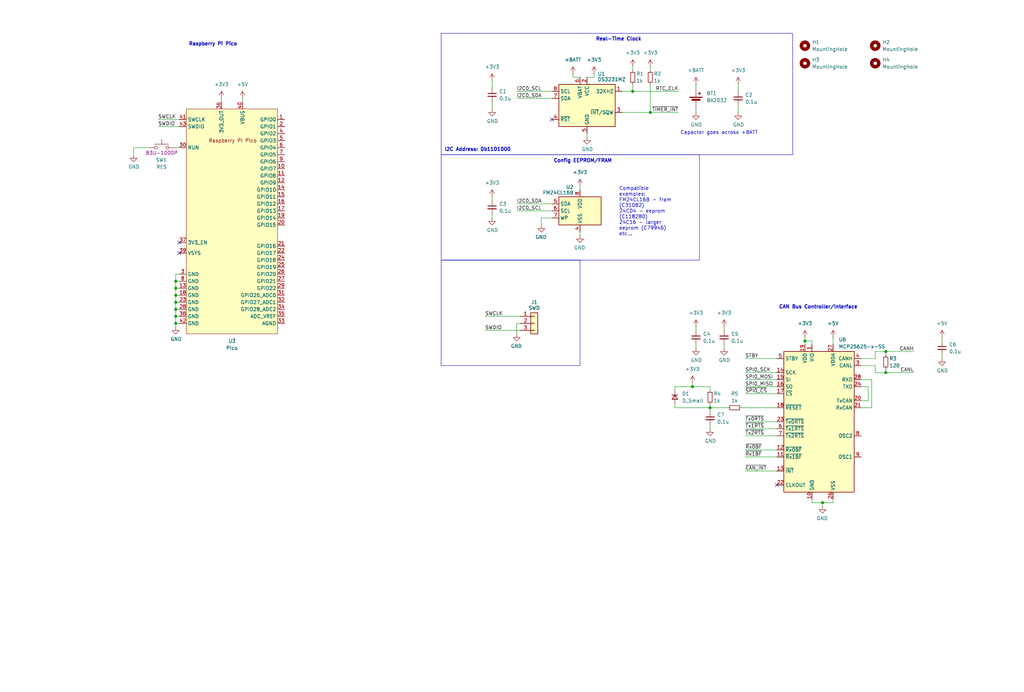
<source format=kicad_sch>
(kicad_sch (version 20231120) (generator "eeschema") (generator_version "8.0")
  (paper "User" 370 250)
  (title_block (title "Axis Control PCB") (date "2024-09-07") (rev "1") (comment 1 "Author: Meigs2"))
  (lib_symbols
    (symbol "+3V3_1" (power) (pin_numbers hide) (pin_names (offset 0) hide)
      (property "Value" "+3V3" (at 0 3.556 0))
      (symbol "+3V3_1_0_1"
        (polyline (pts (xy -0.762 1.27) (xy 0 2.54)))
        (polyline (pts (xy 0 0) (xy 0 2.54)))
        (polyline (pts (xy 0 2.54) (xy 0.762 1.27)))
      )
      (symbol "+3V3_1_1_1"
        (pin power_in line (at 0 0 90) (length 0) (name "~") (number "1"))
      )
    )
    (symbol "Connector_Generic:Conn_01x03" (pin_names (offset 1.016) hide)
      (property "Reference" "J" (at 0 5.08 0))
      (property "Value" "Conn_01x03" (at 0 -5.08 0))
      (symbol "Conn_01x03_1_1"
        (rectangle (start -1.27 -2.413) (end 0 -2.667) (stroke (width 0.1524)))
        (rectangle (start -1.27 0.127) (end 0 -0.127) (stroke (width 0.1524)))
        (rectangle (start -1.27 2.667) (end 0 2.413) (stroke (width 0.1524)))
        (rectangle (start -1.27 3.81) (end 1.27 -3.81) (stroke (width 0.254)) (fill (type background)))
        (pin passive line (at -5.08 2.54 0) (length 3.81) (name "Pin_1") (number "1"))
        (pin passive line (at -5.08 0 0) (length 3.81) (name "Pin_2") (number "2"))
        (pin passive line (at -5.08 -2.54 0) (length 3.81) (name "Pin_3") (number "3"))
      )
    )
    (symbol "Device:Battery_Cell" (pin_numbers hide) (pin_names (offset 0) hide)
      (property "Reference" "BT" (at 2.54 2.54 0))
      (property "Value" "Battery_Cell" (at 2.54 0 0))
      (symbol "Battery_Cell_0_1"
        (rectangle (start -2.286 1.778) (end 2.286 1.524) (fill (type outline)))
        (rectangle (start -1.524 1.016) (end 1.524 0.508) (fill (type outline)))
        (polyline (pts (xy 0 0.762) (xy 0 0)))
        (polyline (pts (xy 0 1.778) (xy 0 2.54)))
        (polyline (pts (xy 0.762 3.048) (xy 1.778 3.048)) (stroke (width 0.254)))
        (polyline (pts (xy 1.27 3.556) (xy 1.27 2.54)) (stroke (width 0.254)))
      )
      (symbol "Battery_Cell_1_1"
        (pin passive line (at 0 5.08 270) (length 2.54) (name "+") (number "1"))
        (pin passive line (at 0 -2.54 90) (length 2.54) (name "-") (number "2"))
      )
    )
    (symbol "Device:C_Small" (pin_numbers hide) (pin_names (offset 0.254) hide)
      (property "Reference" "C" (at 0.254 1.778 0))
      (property "Value" "C_Small" (at 0.254 -2.032 0))
      (symbol "C_Small_0_1"
        (polyline (pts (xy -1.524 -0.508) (xy 1.524 -0.508)) (stroke (width 0.3302)))
        (polyline (pts (xy -1.524 0.508) (xy 1.524 0.508)) (stroke (width 0.3048)))
      )
      (symbol "C_Small_1_1"
        (pin passive line (at 0 2.54 270) (length 2.032) (name "~") (number "1"))
        (pin passive line (at 0 -2.54 90) (length 2.032) (name "~") (number "2"))
      )
    )
    (symbol "Device:D_Small" (pin_numbers hide) (pin_names (offset 0.254) hide)
      (property "Reference" "D" (at -1.27 2.032 0))
      (property "Value" "D_Small" (at -3.81 -2.032 0))
      (symbol "D_Small_0_1"
        (polyline (pts (xy -0.762 -1.016) (xy -0.762 1.016)) (stroke (width 0.254)))
        (polyline (pts (xy -0.762 0) (xy 0.762 0)))
        (polyline (pts (xy 0.762 -1.016) (xy -0.762 0) (xy 0.762 1.016) (xy 0.762 -1.016)) (stroke (width 0.254)))
      )
      (symbol "D_Small_1_1"
        (pin passive line (at -2.54 0 0) (length 1.778) (name "K") (number "1"))
        (pin passive line (at 2.54 0 180) (length 1.778) (name "A") (number "2"))
      )
    )
    (symbol "Device:R_Small" (pin_numbers hide) (pin_names (offset 0.254) hide)
      (property "Reference" "R" (at 0.762 0.508 0))
      (property "Value" "R_Small" (at 0.762 -1.016 0))
      (symbol "R_Small_0_1"
        (rectangle (start -0.762 1.778) (end 0.762 -1.778) (stroke (width 0.2032)))
      )
      (symbol "R_Small_1_1"
        (pin passive line (at 0 2.54 270) (length 0.762) (name "~") (number "1"))
        (pin passive line (at 0 -2.54 90) (length 0.762) (name "~") (number "2"))
      )
    )
    (symbol "Interface_CAN_LIN:MCP25625-x-SS"
      (property "Reference" "U" (at -11.43 26.67 0))
      (property "Value" "MCP25625-x-SS" (at 15.24 26.67 0))
      (symbol "MCP25625-x-SS_0_1"
        (rectangle (start -12.7 25.4) (end 12.7 -25.4) (stroke (width 0.254)) (fill (type background)))
      )
      (symbol "MCP25625-x-SS_1_1"
        (pin power_in line (at -2.54 27.94 270) (length 2.54) (name "VIO") (number "1"))
        (pin power_in line (at -2.54 -27.94 90) (length 2.54) (name "GND") (number "10"))
        (pin output line (at -15.24 -12.7 0) (length 2.54) (name "~{Rx1BF}") (number "11"))
        (pin output line (at -15.24 -10.16 0) (length 2.54) (name "~{Rx0BF}") (number "12"))
        (pin output line (at -15.24 -17.78 0) (length 2.54) (name "~{INT}") (number "13"))
        (pin input line (at -15.24 17.78 0) (length 2.54) (name "SCK") (number "14"))
        (pin input line (at -15.24 15.24 0) (length 2.54) (name "SI") (number "15"))
        (pin output line (at -15.24 12.7 0) (length 2.54) (name "SO") (number "16"))
        (pin input line (at -15.24 10.16 0) (length 2.54) (name "~{CS}") (number "17"))
        (pin input line (at -15.24 5.08 0) (length 2.54) (name "~{RESET}") (number "18"))
        (pin power_in line (at -5.08 27.94 270) (length 2.54) (name "VDD") (number "19"))
        (pin no_connect line (at 12.7 -15.24 180) (length 2.54) hide (name "NC") (number "2"))
        (pin output line (at 15.24 7.62 180) (length 2.54) (name "TxCAN") (number "20"))
        (pin input line (at 15.24 5.08 180) (length 2.54) (name "RxCAN") (number "21"))
        (pin output line (at -15.24 -22.86 0) (length 2.54) (name "CLKOUT") (number "22"))
        (pin input line (at -15.24 0 0) (length 2.54) (name "~{Tx0RTS}") (number "23"))
        (pin input line (at 15.24 12.7 180) (length 2.54) (name "TXD") (number "24"))
        (pin no_connect line (at 12.7 -17.78 180) (length 2.54) hide (name "NC") (number "25"))
        (pin power_in line (at 5.08 -27.94 90) (length 2.54) (name "VSS") (number "26"))
        (pin power_in line (at 5.08 27.94 270) (length 2.54) (name "VDDA") (number "27"))
        (pin output line (at 15.24 15.24 180) (length 2.54) (name "RXD") (number "28"))
        (pin bidirectional line (at 15.24 20.32 180) (length 2.54) (name "CANL") (number "3"))
        (pin bidirectional line (at 15.24 22.86 180) (length 2.54) (name "CANH") (number "4"))
        (pin input line (at -15.24 22.86 0) (length 2.54) (name "STBY") (number "5"))
        (pin input line (at -15.24 -2.54 0) (length 2.54) (name "~{Tx1RTS}") (number "6"))
        (pin input line (at -15.24 -5.08 0) (length 2.54) (name "~{Tx2RTS}") (number "7"))
        (pin output line (at 15.24 -5.08 180) (length 2.54) (name "OSC2") (number "8"))
        (pin input line (at 15.24 -12.7 180) (length 2.54) (name "OSC1") (number "9"))
      )
    )
    (symbol "Mechanical:MountingHole" (pin_names (offset 1.016)) (exclude_from_sim yes) (in_bom no)
      (property "Reference" "H" (at 0 5.08 0))
      (property "Value" "MountingHole" (at 0 3.175 0))
      (symbol "MountingHole_0_1"
        (circle (center 0 0) (radius 1.27) (stroke (width 1.27)))
      )
    )
    (symbol "Memory_NVRAM:FM24CL16B"
      (property "Reference" "U" (at -5.08 8.89 0))
      (property "Value" "FM24CL16B" (at 6.35 -8.89 0))
      (symbol "FM24CL16B_0_1"
        (rectangle (start -7.62 5.08) (end 7.62 -5.08) (stroke (width 0.254)) (fill (type background)))
      )
      (symbol "FM24CL16B_1_1"
        (pin no_connect line (at -7.62 2.54 0) (length 2.54) hide (name "~") (number "1"))
        (pin no_connect line (at -7.62 -2.54 0) (length 2.54) hide (name "~") (number "2"))
        (pin no_connect line (at -7.62 0 0) (length 2.54) hide (name "~") (number "3"))
        (pin power_in line (at 0 -7.62 90) (length 2.54) (name "VSS") (number "4"))
        (pin bidirectional line (at 10.16 2.54 180) (length 2.54) (name "SDA") (number "5"))
        (pin input line (at 10.16 0 180) (length 2.54) (name "SCL") (number "6"))
        (pin input line (at 10.16 -2.54 180) (length 2.54) (name "WP") (number "7"))
        (pin power_in line (at 0 7.62 270) (length 2.54) (name "VDD") (number "8"))
      )
    )
    (symbol "Project_Library:Pico"
      (property "Reference" "U" (at -14.224 45.974 0))
      (property "Value" "Pico" (at 0 27.94 0))
      (symbol "Pico_0_0"
        (text "Raspberry Pi Pico" (at 0.254 30.48 0) (effects (font (size 1.27 1.27))))
      )
      (symbol "Pico_0_1"
        (rectangle (start -16.51 41.91) (end 16.51 -39.37) (fill (type background)))
      )
      (symbol "Pico_1_1"
        (pin bidirectional line (at 19.05 38.1 180) (length 2.54) (name "GPIO0") (number "1"))
        (pin bidirectional line (at 19.05 20.32 180) (length 2.54) (name "GPIO7") (number "10"))
        (pin bidirectional line (at 19.05 17.78 180) (length 2.54) (name "GPIO8") (number "11"))
        (pin bidirectional line (at 19.05 15.24 180) (length 2.54) (name "GPIO9") (number "12"))
        (pin power_in line (at -19.05 -22.86 0) (length 2.54) (name "GND") (number "13"))
        (pin bidirectional line (at 19.05 12.7 180) (length 2.54) (name "GPIO10") (number "14"))
        (pin bidirectional line (at 19.05 10.16 180) (length 2.54) (name "GPIO11") (number "15"))
        (pin bidirectional line (at 19.05 7.62 180) (length 2.54) (name "GPIO12") (number "16"))
        (pin bidirectional line (at 19.05 5.08 180) (length 2.54) (name "GPIO13") (number "17"))
        (pin power_in line (at -19.05 -25.4 0) (length 2.54) (name "GND") (number "18"))
        (pin bidirectional line (at 19.05 2.54 180) (length 2.54) (name "GPIO14") (number "19"))
        (pin bidirectional line (at 19.05 35.56 180) (length 2.54) (name "GPIO1") (number "2"))
        (pin bidirectional line (at 19.05 0 180) (length 2.54) (name "GPIO15") (number "20"))
        (pin bidirectional line (at 19.05 -7.62 180) (length 2.54) (name "GPIO16") (number "21"))
        (pin bidirectional line (at 19.05 -10.16 180) (length 2.54) (name "GPIO17") (number "22"))
        (pin power_in line (at -19.05 -27.94 0) (length 2.54) (name "GND") (number "23"))
        (pin bidirectional line (at 19.05 -12.7 180) (length 2.54) (name "GPIO18") (number "24"))
        (pin bidirectional line (at 19.05 -15.24 180) (length 2.54) (name "GPIO19") (number "25"))
        (pin bidirectional line (at 19.05 -17.78 180) (length 2.54) (name "GPIO20") (number "26"))
        (pin bidirectional line (at 19.05 -20.32 180) (length 2.54) (name "GPIO21") (number "27"))
        (pin power_in line (at -19.05 -30.48 0) (length 2.54) (name "GND") (number "28"))
        (pin bidirectional line (at 19.05 -22.86 180) (length 2.54) (name "GPIO22") (number "29"))
        (pin power_in line (at -19.05 -17.78 0) (length 2.54) (name "GND") (number "3"))
        (pin input line (at -19.05 27.94 0) (length 2.54) (name "RUN") (number "30"))
        (pin bidirectional line (at 19.05 -25.4 180) (length 2.54) (name "GPIO26_ADC0") (number "31"))
        (pin bidirectional line (at 19.05 -27.94 180) (length 2.54) (name "GPIO27_ADC1") (number "32"))
        (pin power_in line (at 19.05 -35.56 180) (length 2.54) (name "AGND") (number "33"))
        (pin bidirectional line (at 19.05 -30.48 180) (length 2.54) (name "GPIO28_ADC2") (number "34"))
        (pin power_in line (at 19.05 -33.02 180) (length 2.54) (name "ADC_VREF") (number "35"))
        (pin power_in line (at -3.81 44.45 270) (length 2.54) (name "3V3_OUT") (number "36"))
        (pin input line (at -19.05 -6.35 0) (length 2.54) (name "3V3_EN") (number "37"))
        (pin power_in line (at -19.05 -33.02 0) (length 2.54) (name "GND") (number "38"))
        (pin power_in line (at -19.05 -10.16 0) (length 2.54) (name "VSYS") (number "39"))
        (pin bidirectional line (at 19.05 33.02 180) (length 2.54) (name "GPIO2") (number "4"))
        (pin power_in line (at 3.81 44.45 270) (length 2.54) (name "VBUS") (number "40"))
        (pin input line (at -19.05 38.1 0) (length 2.54) (name "SWCLK") (number "41"))
        (pin power_in line (at -19.05 -35.56 0) (length 2.54) (name "GND") (number "42"))
        (pin bidirectional line (at -19.05 35.56 0) (length 2.54) (name "SWDIO") (number "43"))
        (pin bidirectional line (at 19.05 30.48 180) (length 2.54) (name "GPIO3") (number "5"))
        (pin bidirectional line (at 19.05 27.94 180) (length 2.54) (name "GPIO4") (number "6"))
        (pin bidirectional line (at 19.05 25.4 180) (length 2.54) (name "GPIO5") (number "7"))
        (pin power_in line (at -19.05 -20.32 0) (length 2.54) (name "GND") (number "8"))
        (pin bidirectional line (at 19.05 22.86 180) (length 2.54) (name "GPIO6") (number "9"))
      )
    )
    (symbol "Switch:SW_Push" (pin_numbers hide) (pin_names (offset 1.016) hide)
      (property "Reference" "SW" (at 1.27 2.54 0))
      (property "Value" "SW_Push" (at 0 -1.524 0))
      (symbol "SW_Push_0_1"
        (circle (center -2.032 0) (radius 0.508))
        (polyline (pts (xy 0 1.27) (xy 0 3.048)))
        (polyline (pts (xy 2.54 1.27) (xy -2.54 1.27)))
        (circle (center 2.032 0) (radius 0.508))
        (pin passive line (at -5.08 0 0) (length 2.54) (name "1") (number "1"))
        (pin passive line (at 5.08 0 180) (length 2.54) (name "2") (number "2"))
      )
    )
    (symbol "Timer_RTC:DS3231MZ"
      (property "Reference" "U" (at -7.62 8.89 0))
      (property "Value" "DS3231MZ" (at 11.43 8.89 0))
      (symbol "DS3231MZ_0_1"
        (rectangle (start -10.16 7.62) (end 10.16 -7.62) (stroke (width 0.254)) (fill (type background)))
      )
      (symbol "DS3231MZ_1_1"
        (pin open_collector line (at 12.7 5.08 180) (length 2.54) (name "32KHZ") (number "1"))
        (pin power_in line (at 0 10.16 270) (length 2.54) (name "VCC") (number "2"))
        (pin open_collector line (at 12.7 -2.54 180) (length 2.54) (name "~{INT}/SQW") (number "3"))
        (pin bidirectional line (at -12.7 -5.08 0) (length 2.54) (name "~{RST}") (number "4"))
        (pin power_in line (at 0 -10.16 90) (length 2.54) (name "GND") (number "5"))
        (pin power_in line (at -2.54 10.16 270) (length 2.54) (name "VBAT") (number "6"))
        (pin bidirectional line (at -12.7 2.54 0) (length 2.54) (name "SDA") (number "7"))
        (pin input line (at -12.7 5.08 0) (length 2.54) (name "SCL") (number "8"))
      )
    )
    (symbol "power:+3V3" (power) (pin_names (offset 0))
      (property "Value" "+3V3" (at 0 3.556 0))
      (symbol "+3V3_0_1"
        (polyline (pts (xy -0.762 1.27) (xy 0 2.54)))
        (polyline (pts (xy 0 0) (xy 0 2.54)))
        (polyline (pts (xy 0 2.54) (xy 0.762 1.27)))
      )
      (symbol "+3V3_1_1"
        (pin power_in line (at 0 0 90) (length 0) hide (name "+3V3") (number "1"))
      )
    )
    (symbol "power:+5V" (power) (pin_numbers hide) (pin_names (offset 0) hide)
      (property "Value" "+5V" (at 0 3.556 0))
      (symbol "+5V_0_1"
        (polyline (pts (xy -0.762 1.27) (xy 0 2.54)))
        (polyline (pts (xy 0 0) (xy 0 2.54)))
        (polyline (pts (xy 0 2.54) (xy 0.762 1.27)))
      )
      (symbol "+5V_1_1"
        (pin power_in line (at 0 0 90) (length 0) (name "~") (number "1"))
      )
    )
    (symbol "power:+BATT" (power) (pin_numbers hide) (pin_names (offset 0) hide)
      (property "Value" "+BATT" (at 0 3.556 0))
      (symbol "+BATT_0_1"
        (polyline (pts (xy -0.762 1.27) (xy 0 2.54)))
        (polyline (pts (xy 0 0) (xy 0 2.54)))
        (polyline (pts (xy 0 2.54) (xy 0.762 1.27)))
      )
      (symbol "+BATT_1_1"
        (pin power_in line (at 0 0 90) (length 0) (name "~") (number "1"))
      )
    )
    (symbol "power:GND" (power) (pin_names (offset 0))
      (property "Value" "GND" (at 0 -3.81 0))
      (symbol "GND_0_1"
        (polyline (pts (xy 0 0) (xy 0 -1.27) (xy 1.27 -1.27) (xy 0 -2.54) (xy -1.27 -1.27) (xy 0 -1.27)))
      )
      (symbol "GND_1_1"
        (pin power_in line (at 0 0 270) (length 0) hide (name "GND") (number "1"))
      )
    )
  )
  (junction (at 63.5 104.14))
  (junction (at 63.5 116.84))
  (junction (at 297.18 181.61))
  (junction (at 63.5 109.22))
  (junction (at 250.19 139.7))
  (junction (at 63.5 101.6))
  (junction (at 290.83 123.19))
  (junction (at 63.5 114.3))
  (junction (at 228.6 33.02))
  (junction (at 320.04 134.62))
  (junction (at 320.04 127))
  (junction (at 63.5 111.76))
  (junction (at 234.95 40.64))
  (junction (at 63.5 106.68))
  (junction (at 256.54 147.32))
  (no_connect (at 280.67 175.26))
  (no_connect (at 64.77 91.44))
  (no_connect (at 199.39 43.18))
  (no_connect (at 64.77 87.63))
  (wire (pts (xy 316.23 134.62) (xy 320.04 134.62)))
  (wire (pts (xy 228.6 33.02) (xy 245.11 33.02)))
  (wire (pts (xy 256.54 147.32) (xy 256.54 146.05)))
  (wire (pts (xy 269.24 139.7) (xy 280.67 139.7)))
  (wire (pts (xy 314.96 137.16) (xy 314.96 147.32)))
  (wire (pts (xy 186.69 120.65) (xy 186.69 116.84)))
  (wire (pts (xy 250.19 139.7) (xy 250.19 138.43)))
  (wire (pts (xy 224.79 33.02) (xy 228.6 33.02)))
  (wire (pts (xy 243.84 140.97) (xy 243.84 139.7)))
  (wire (pts (xy 209.55 67.31) (xy 209.55 68.58)))
  (wire (pts (xy 186.69 35.56) (xy 199.39 35.56)))
  (wire (pts (xy 311.15 139.7) (xy 313.69 139.7)))
  (wire (pts (xy 300.99 181.61) (xy 297.18 181.61)))
  (wire (pts (xy 175.26 119.38) (xy 187.96 119.38)))
  (wire (pts (xy 177.8 36.83) (xy 177.8 39.37)))
  (wire (pts (xy 269.24 134.62) (xy 280.67 134.62)))
  (wire (pts (xy 261.62 118.11) (xy 261.62 119.38)))
  (wire (pts (xy 57.15 43.18) (xy 64.77 43.18)))
  (wire (pts (xy 266.7 30.48) (xy 266.7 33.02)))
  (wire (pts (xy 63.5 116.84) (xy 63.5 118.11)))
  (wire (pts (xy 256.54 147.32) (xy 262.89 147.32)))
  (wire (pts (xy 63.5 114.3) (xy 63.5 116.84)))
  (wire (pts (xy 267.97 147.32) (xy 280.67 147.32)))
  (wire (pts (xy 87.63 35.56) (xy 87.63 36.83)))
  (wire (pts (xy 290.83 123.19) (xy 293.37 123.19)))
  (wire (pts (xy 269.24 152.4) (xy 280.67 152.4)))
  (wire (pts (xy 311.15 132.08) (xy 316.23 132.08)))
  (wire (pts (xy 269.24 129.54) (xy 280.67 129.54)))
  (wire (pts (xy 80.01 35.56) (xy 80.01 36.83)))
  (wire (pts (xy 251.46 30.48) (xy 251.46 31.75)))
  (wire (pts (xy 320.04 133.35) (xy 320.04 134.62)))
  (wire (pts (xy 311.15 137.16) (xy 314.96 137.16)))
  (wire (pts (xy 251.46 124.46) (xy 251.46 125.73)))
  (wire (pts (xy 64.77 99.06) (xy 63.5 99.06)))
  (wire (pts (xy 320.04 127) (xy 330.2 127)))
  (wire (pts (xy 316.23 129.54) (xy 311.15 129.54)))
  (wire (pts (xy 250.19 139.7) (xy 256.54 139.7)))
  (wire (pts (xy 320.04 134.62) (xy 330.2 134.62)))
  (wire (pts (xy 316.23 127) (xy 320.04 127)))
  (wire (pts (xy 313.69 139.7) (xy 313.69 144.78)))
  (wire (pts (xy 63.5 99.06) (xy 63.5 101.6)))
  (wire (pts (xy 63.5 109.22) (xy 63.5 111.76)))
  (wire (pts (xy 186.69 76.2) (xy 199.39 76.2)))
  (wire (pts (xy 63.5 104.14) (xy 63.5 106.68)))
  (wire (pts (xy 199.39 78.74) (xy 195.58 78.74)))
  (wire (pts (xy 340.36 121.92) (xy 340.36 123.19)))
  (wire (pts (xy 186.69 73.66) (xy 199.39 73.66)))
  (wire (pts (xy 269.24 137.16) (xy 280.67 137.16)))
  (wire (pts (xy 64.77 106.68) (xy 63.5 106.68)))
  (wire (pts (xy 212.09 48.26) (xy 212.09 49.53)))
  (wire (pts (xy 234.95 30.48) (xy 234.95 40.64)))
  (wire (pts (xy 256.54 153.67) (xy 256.54 154.94)))
  (wire (pts (xy 297.18 182.88) (xy 297.18 181.61)))
  (wire (pts (xy 313.69 144.78) (xy 311.15 144.78)))
  (wire (pts (xy 63.5 111.76) (xy 63.5 114.3)))
  (wire (pts (xy 290.83 123.19) (xy 290.83 124.46)))
  (wire (pts (xy 177.8 71.12) (xy 177.8 72.39)))
  (wire (pts (xy 64.77 101.6) (xy 63.5 101.6)))
  (wire (pts (xy 256.54 139.7) (xy 256.54 140.97)))
  (wire (pts (xy 64.77 111.76) (xy 63.5 111.76)))
  (wire (pts (xy 293.37 123.19) (xy 293.37 124.46)))
  (wire (pts (xy 316.23 132.08) (xy 316.23 134.62)))
  (wire (pts (xy 64.77 109.22) (xy 63.5 109.22)))
  (wire (pts (xy 57.15 45.72) (xy 64.77 45.72)))
  (wire (pts (xy 175.26 114.3) (xy 187.96 114.3)))
  (wire (pts (xy 63.5 101.6) (xy 63.5 104.14)))
  (wire (pts (xy 207.01 26.67) (xy 207.01 27.94)))
  (wire (pts (xy 269.24 165.1) (xy 280.67 165.1)))
  (wire (pts (xy 243.84 147.32) (xy 256.54 147.32)))
  (wire (pts (xy 293.37 180.34) (xy 293.37 181.61)))
  (wire (pts (xy 269.24 162.56) (xy 280.67 162.56)))
  (wire (pts (xy 316.23 127) (xy 316.23 129.54)))
  (wire (pts (xy 214.63 27.94) (xy 212.09 27.94)))
  (wire (pts (xy 300.99 121.92) (xy 300.99 124.46)))
  (wire (pts (xy 251.46 118.11) (xy 251.46 119.38)))
  (wire (pts (xy 266.7 38.1) (xy 266.7 40.64)))
  (wire (pts (xy 243.84 146.05) (xy 243.84 147.32)))
  (wire (pts (xy 228.6 30.48) (xy 228.6 33.02)))
  (wire (pts (xy 269.24 170.18) (xy 280.67 170.18)))
  (wire (pts (xy 269.24 157.48) (xy 280.67 157.48)))
  (wire (pts (xy 177.8 77.47) (xy 177.8 78.74)))
  (wire (pts (xy 186.69 116.84) (xy 187.96 116.84)))
  (wire (pts (xy 234.95 40.64) (xy 245.11 40.64)))
  (wire (pts (xy 195.58 78.74) (xy 195.58 81.28)))
  (wire (pts (xy 290.83 121.92) (xy 290.83 123.19)))
  (wire (pts (xy 228.6 24.13) (xy 228.6 25.4)))
  (wire (pts (xy 186.69 33.02) (xy 199.39 33.02)))
  (wire (pts (xy 243.84 139.7) (xy 250.19 139.7)))
  (wire (pts (xy 320.04 127) (xy 320.04 128.27)))
  (wire (pts (xy 177.8 29.21) (xy 177.8 31.75)))
  (wire (pts (xy 251.46 39.37) (xy 251.46 40.64)))
  (wire (pts (xy 214.63 26.67) (xy 214.63 27.94)))
  (wire (pts (xy 269.24 142.24) (xy 280.67 142.24)))
  (wire (pts (xy 269.24 154.94) (xy 280.67 154.94)))
  (wire (pts (xy 314.96 147.32) (xy 311.15 147.32)))
  (wire (pts (xy 63.5 106.68) (xy 63.5 109.22)))
  (wire (pts (xy 256.54 148.59) (xy 256.54 147.32)))
  (wire (pts (xy 340.36 128.27) (xy 340.36 129.54)))
  (wire (pts (xy 53.34 53.34) (xy 48.26 53.34)))
  (wire (pts (xy 293.37 181.61) (xy 297.18 181.61)))
  (wire (pts (xy 261.62 124.46) (xy 261.62 125.73)))
  (wire (pts (xy 64.77 114.3) (xy 63.5 114.3)))
  (wire (pts (xy 64.77 116.84) (xy 63.5 116.84)))
  (wire (pts (xy 234.95 24.13) (xy 234.95 25.4)))
  (wire (pts (xy 207.01 27.94) (xy 209.55 27.94)))
  (wire (pts (xy 48.26 53.34) (xy 48.26 55.88)))
  (wire (pts (xy 63.5 53.34) (xy 64.77 53.34)))
  (wire (pts (xy 64.77 104.14) (xy 63.5 104.14)))
  (wire (pts (xy 224.79 40.64) (xy 234.95 40.64)))
  (wire (pts (xy 300.99 180.34) (xy 300.99 181.61)))
  (wire (pts (xy 209.55 83.82) (xy 209.55 85.09)))
  (rectangle (start 159.385 12.065) (end 286.385 55.88))
  (rectangle (start 159.385 93.98) (end 209.55 132.08))
  (rectangle (start 159.385 55.88) (end 252.73 93.98))
  (text "Raspberry Pi Pico" (at 76.962 15.24 0) (effects (font (size 1.27 1.27) (thickness 0.254) (bold yes)) (justify top)))
  (text "Compatible\nexamples:\nFM24CL16B - fram\n(C31082)\n24C04 - eeprom\n(C118280)\n24C16 - larger\neeprom (C79946)\netc..." (at 223.647 85.344 0) (effects (font (size 1.27 1.27)) (justify left bottom)))
  (text "Config EEPROM/FRAM" (at 210.566 58.166 0) (effects (font (size 1.27 1.27) (thickness 0.254) (bold yes))))
  (text "Capactor goes across +BATT" (at 259.842 48.006 0) (effects (font (size 1.27 1.27))))
  (text "CAN Bus Controller/Interface" (at 295.656 110.998 0) (effects (font (size 1.27 1.27) (thickness 0.254) (bold yes))))
  (text "I2C Address: 0b1101000" (at 160.528 54.102 0) (effects (font (size 1.27 1.27) (bold yes)) (justify left)))
  (text "Real-Time Clock" (at 223.52 13.462 0) (effects (font (size 1.27 1.27) (thickness 0.254) (bold yes)) (justify top)))
  (label "~{TIMER_INT}" (at 245.11 40.64 180))
  (label "~{Tx1RTS}" (at 269.24 154.94 0))
  (label "~{Tx0RTS}" (at 269.24 152.4 0))
  (label "RTC_CLK" (at 245.11 33.02 180))
  (label "SPI0_MOSI" (at 269.24 137.16 0))
  (label "SWDIO" (at 175.26 119.38 0))
  (label "I2C0_SDA" (at 186.69 35.56 0))
  (label "SPI0_SCK" (at 269.24 134.62 0))
  (label "CANL" (at 330.2 134.62 180))
  (label "I2C0_SCL" (at 186.69 33.02 0))
  (label "STBY" (at 269.24 129.54 0))
  (label "~{SPI0_CS}" (at 269.24 142.24 0))
  (label "I2C0_SCL" (at 186.69 76.2 0))
  (label "CANH" (at 330.2 127 180))
  (label "~{Rx1BF}" (at 269.24 165.1 0))
  (label "SWCLK" (at 175.26 114.3 0))
  (label "SWDIO" (at 57.15 45.72 0))
  (label "I2C0_SDA" (at 186.69 73.66 0))
  (label "SPI0_MISO" (at 269.24 139.7 0))
  (label "~{Tx2RTS}" (at 269.24 157.48 0))
  (label "~{CAN_INT}" (at 269.24 170.18 0))
  (label "~{Rx0BF}" (at 269.24 162.56 0))
  (label "SWCLK" (at 57.15 43.18 0))
  (symbol (lib_id "Connector_Generic:Conn_01x03") (at 193.04 116.84 0) (unit 1)
    (property "Reference" "J1" (at 193.04 109.22 0))
    (property "Value" "SWD" (at 193.04 111.252 0))
    (property "Footprint" "Connector_JST:JST_SH_SM03B-SRSS-TB_1x03-1MP_P1.00mm_Horizontal" (effects (hide yes)))
    (property "Description" "Generic connector, single row, 01x03, script generated (kicad-library-utils/schlib/autogen/connector/)" (effects (hide yes)))
  )
  (symbol (lib_id "Device:C_Small") (at 177.8 74.93 0) (unit 1)
    (property "Reference" "C3" (at 180.34 73.6662 0) (effects (justify left)))
    (property "Value" "0.1u" (at 180.34 76.2062 0) (effects (justify left)))
    (property "Footprint" "Capacitor_SMD:C_0402_1005Metric" (effects (hide yes)))
    (property "Description" "Unpolarized capacitor, small symbol" (effects (hide yes)))
  )
  (symbol (lib_id "power:GND") (at 256.54 154.94 0) (unit 1)
    (property "Reference" "#PWR032" (effects (hide yes)))
    (property "Value" "GND" (at 256.667 159.3342 0))
  )
  (symbol (lib_id "power:+3V3") (at 250.19 138.43 0) (mirror y) (unit 1)
    (property "Reference" "#PWR031" (effects (hide yes)))
    (property "Value" "+3V3" (at 250.19 133.35 0))
  )
  (symbol (lib_id "power:GND") (at 48.26 55.88 0) (unit 1)
    (property "Reference" "#PWR028" (effects (hide yes)))
    (property "Value" "GND" (at 48.387 60.2742 0))
  )
  (symbol (lib_id "Device:R_Small") (at 320.04 130.81 0) (unit 1)
    (property "Reference" "R3" (at 321.31 129.54 0) (effects (justify left)))
    (property "Value" "120" (at 321.31 132.08 0) (effects (justify left)))
    (property "Footprint" "Resistor_SMD:R_0402_1005Metric" (effects (hide yes)))
    (property "Description" "Resistor, small symbol" (effects (hide yes)))
  )
  (symbol (lib_id "power:GND") (at 63.5 118.11 0) (unit 1)
    (property "Reference" "#PWR014" (effects (hide yes)))
    (property "Value" "GND" (at 63.627 122.5042 0))
  )
  (symbol (lib_id "power:GND") (at 297.18 182.88 0) (mirror y) (unit 1)
    (property "Reference" "#PWR08" (effects (hide yes)))
    (property "Value" "GND" (at 297.053 187.2742 0))
  )
  (symbol (lib_name "+3V3_1") (lib_id "power:+3V3") (at 228.6 24.13 0) (unit 1)
    (property "Reference" "#PWR01" (effects (hide yes)))
    (property "Value" "+3V3" (at 228.6 19.05 0))
    (property "Description" "Power symbol creates a global label with name \"+3V3\"" (effects (hide yes)))
  )
  (symbol (lib_id "power:+3V3") (at 209.55 67.31 0) (mirror y) (unit 1)
    (property "Reference" "#PWR016" (effects (hide yes)))
    (property "Value" "+3V3" (at 209.55 62.23 0))
  )
  (symbol (lib_id "power:+5V") (at 300.99 121.92 0) (unit 1)
    (property "Reference" "#PWR025" (effects (hide yes)))
    (property "Value" "+5V" (at 300.99 116.84 0))
    (property "Description" "Power symbol creates a global label with name \"+5V\"" (effects (hide yes)))
  )
  (symbol (lib_id "Device:R_Small") (at 265.43 147.32 90) (unit 1)
    (property "Reference" "R5" (at 265.43 142.24 90))
    (property "Value" "1k" (at 265.43 144.78 90))
    (property "Description" "Resistor, small symbol" (effects (hide yes)))
  )
  (symbol (lib_name "+3V3_1") (lib_id "power:+3V3") (at 266.7 30.48 0) (unit 1)
    (property "Reference" "#PWR07" (effects (hide yes)))
    (property "Value" "+3V3" (at 266.7 25.4 0))
    (property "Description" "Power symbol creates a global label with name \"+3V3\"" (effects (hide yes)))
  )
  (symbol (lib_id "power:GND") (at 177.8 78.74 0) (unit 1)
    (property "Reference" "#PWR018" (effects (hide yes)))
    (property "Value" "GND" (at 177.927 83.1342 0))
  )
  (symbol (lib_id "Mechanical:MountingHole") (at 290.83 22.86 0) (unit 1) (exclude_from_sim yes) (in_bom no)
    (property "Reference" "H3" (at 293.37 21.5899 0) (effects (justify left)))
    (property "Value" "MountingHole" (at 293.37 24.1299 0) (effects (justify left)))
    (property "Footprint" "MountingHole:MountingHole_2.7mm_M2.5" (effects (hide yes)))
    (property "Description" "Mounting Hole without connection" (effects (hide yes)))
  )
  (symbol (lib_id "Device:C_Small") (at 340.36 125.73 0) (unit 1)
    (property "Reference" "C6" (at 342.9 124.4662 0) (effects (justify left)))
    (property "Value" "0.1u" (at 342.9 127.0062 0) (effects (justify left)))
    (property "Footprint" "Capacitor_SMD:C_0402_1005Metric" (effects (hide yes)))
    (property "Description" "Unpolarized capacitor, small symbol" (effects (hide yes)))
  )
  (symbol (lib_id "Device:R_Small") (at 228.6 27.94 0) (unit 1)
    (property "Reference" "R1" (at 229.87 26.67 0) (effects (justify left)))
    (property "Value" "1k" (at 229.87 29.21 0) (effects (justify left)))
    (property "Footprint" "Resistor_SMD:R_0402_1005Metric" (effects (hide yes)))
    (property "Description" "Resistor, small symbol" (effects (hide yes)))
  )
  (symbol (lib_id "power:GND") (at 177.8 39.37 0) (unit 1)
    (property "Reference" "#PWR010" (effects (hide yes)))
    (property "Value" "GND" (at 177.927 43.7642 0))
  )
  (symbol (lib_name "+3V3_1") (lib_id "power:+3V3") (at 177.8 71.12 0) (unit 1)
    (property "Reference" "#PWR017" (effects (hide yes)))
    (property "Value" "+3V3" (at 177.8 66.04 0))
    (property "Description" "Power symbol creates a global label with name \"+3V3\"" (effects (hide yes)))
  )
  (symbol (lib_name "+3V3_1") (lib_id "power:+3V3") (at 261.62 118.11 0) (unit 1)
    (property "Reference" "#PWR022" (effects (hide yes)))
    (property "Value" "+3V3" (at 261.62 113.03 0))
    (property "Description" "Power symbol creates a global label with name \"+3V3\"" (effects (hide yes)))
  )
  (symbol (lib_id "power:GND") (at 212.09 49.53 0) (unit 1)
    (property "Reference" "#PWR013" (effects (hide yes)))
    (property "Value" "GND" (at 212.217 53.9242 0))
  )
  (symbol (lib_id "power:GND") (at 186.69 120.65 0) (mirror y) (unit 1)
    (property "Reference" "#PWR024" (effects (hide yes)))
    (property "Value" "GND" (at 186.563 125.0442 0))
  )
  (symbol (lib_id "Device:Battery_Cell") (at 251.46 36.83 0) (unit 1)
    (property "Reference" "BT1" (at 255.27 33.7184 0) (effects (justify left)))
    (property "Value" "BA2032" (at 255.27 36.2584 0) (effects (justify left)))
    (property "Datasheet" "https://www.digikey.com/en/products/detail/mpd-memory-protection-devices/BU2032SM-BT-GTR/2439521" (effects (hide yes)))
    (property "Description" "Single-cell battery" (effects (hide yes)))
  )
  (symbol (lib_id "power:+BATT") (at 251.46 30.48 0) (unit 1)
    (property "Reference" "#PWR06" (effects (hide yes)))
    (property "Value" "+BATT" (at 251.46 25.4 0))
    (property "Description" "Power symbol creates a global label with name \"+BATT\"" (effects (hide yes)))
  )
  (symbol (lib_id "power:+5V") (at 340.36 121.92 0) (unit 1)
    (property "Reference" "#PWR027" (effects (hide yes)))
    (property "Value" "+5V" (at 340.36 116.84 0))
    (property "Description" "Power symbol creates a global label with name \"+5V\"" (effects (hide yes)))
  )
  (symbol (lib_id "power:GND") (at 251.46 125.73 0) (unit 1)
    (property "Reference" "#PWR021" (effects (hide yes)))
    (property "Value" "GND" (at 251.587 130.1242 0))
  )
  (symbol (lib_id "power:GND") (at 261.62 125.73 0) (unit 1)
    (property "Reference" "#PWR023" (effects (hide yes)))
    (property "Value" "GND" (at 261.747 130.1242 0))
  )
  (symbol (lib_name "+3V3_1") (lib_id "power:+3V3") (at 234.95 24.13 0) (unit 1)
    (property "Reference" "#PWR02" (effects (hide yes)))
    (property "Value" "+3V3" (at 234.95 19.05 0))
    (property "Description" "Power symbol creates a global label with name \"+3V3\"" (effects (hide yes)))
  )
  (symbol (lib_name "+3V3_1") (lib_id "power:+3V3") (at 251.46 118.11 0) (unit 1)
    (property "Reference" "#PWR015" (effects (hide yes)))
    (property "Value" "+3V3" (at 251.46 113.03 0))
    (property "Description" "Power symbol creates a global label with name \"+3V3\"" (effects (hide yes)))
  )
  (symbol (lib_id "power:GND") (at 266.7 40.64 0) (unit 1)
    (property "Reference" "#PWR012" (effects (hide yes)))
    (property "Value" "GND" (at 266.827 45.0342 0))
  )
  (symbol (lib_id "Device:C_Small") (at 251.46 121.92 0) (unit 1)
    (property "Reference" "C4" (at 254 120.6562 0) (effects (justify left)))
    (property "Value" "0.1u" (at 254 123.1962 0) (effects (justify left)))
    (property "Footprint" "Capacitor_SMD:C_0402_1005Metric" (effects (hide yes)))
    (property "Description" "Unpolarized capacitor, small symbol" (effects (hide yes)))
  )
  (symbol (lib_id "power:GND") (at 251.46 40.64 0) (unit 1)
    (property "Reference" "#PWR011" (effects (hide yes)))
    (property "Value" "GND" (at 251.587 45.0342 0))
  )
  (symbol (lib_id "Switch:SW_Push") (at 58.42 53.34 0) (unit 1)
    (property "Reference" "SW1" (at 60.325 57.785 0) (effects (justify right)))
    (property "Value" "RES" (at 60.325 60.325 0) (effects (justify right)))
    (property "Footprint" "Button_Switch_SMD:SW_SPST_B3U-1000P" (effects (hide yes)))
    (property "LCSC" "C231329" (effects (hide yes)))
    (property "P/N" "B3U-1000P" (at 58.42 55.245 0))
  )
  (symbol (lib_name "+3V3_1") (lib_id "power:+3V3") (at 177.8 29.21 0) (unit 1)
    (property "Reference" "#PWR05" (effects (hide yes)))
    (property "Value" "+3V3" (at 177.8 24.13 0))
    (property "Description" "Power symbol creates a global label with name \"+3V3\"" (effects (hide yes)))
  )
  (symbol (lib_id "power:+5V") (at 87.63 35.56 0) (unit 1)
    (property "Reference" "#PWR030" (effects (hide yes)))
    (property "Value" "+5V" (at 87.63 30.48 0))
    (property "Description" "Power symbol creates a global label with name \"+5V\"" (effects (hide yes)))
  )
  (symbol (lib_id "Device:C_Small") (at 177.8 34.29 0) (unit 1)
    (property "Reference" "C1" (at 180.34 33.0262 0) (effects (justify left)))
    (property "Value" "0.1u" (at 180.34 35.5662 0) (effects (justify left)))
    (property "Footprint" "Capacitor_SMD:C_0402_1005Metric" (effects (hide yes)))
    (property "Description" "Unpolarized capacitor, small symbol" (effects (hide yes)))
  )
  (symbol (lib_id "Device:C_Small") (at 261.62 121.92 0) (unit 1)
    (property "Reference" "C5" (at 264.16 120.6562 0) (effects (justify left)))
    (property "Value" "0.1u" (at 264.16 123.1962 0) (effects (justify left)))
    (property "Footprint" "Capacitor_SMD:C_0402_1005Metric" (effects (hide yes)))
    (property "Description" "Unpolarized capacitor, small symbol" (effects (hide yes)))
  )
  (symbol (lib_id "power:GND") (at 195.58 81.28 0) (mirror y) (unit 1)
    (property "Reference" "#PWR019" (effects (hide yes)))
    (property "Value" "GND" (at 195.453 85.6742 0))
  )
  (symbol (lib_id "power:GND") (at 340.36 129.54 0) (unit 1)
    (property "Reference" "#PWR026" (effects (hide yes)))
    (property "Value" "GND" (at 340.487 133.9342 0))
  )
  (symbol (lib_id "power:GND") (at 209.55 85.09 0) (mirror y) (unit 1)
    (property "Reference" "#PWR020" (effects (hide yes)))
    (property "Value" "GND" (at 209.423 89.4842 0))
  )
  (symbol (lib_id "Mechanical:MountingHole") (at 316.23 16.51 0) (unit 1) (exclude_from_sim yes) (in_bom no)
    (property "Reference" "H2" (at 318.77 15.2399 0) (effects (justify left)))
    (property "Value" "MountingHole" (at 318.77 17.7799 0) (effects (justify left)))
    (property "Footprint" "MountingHole:MountingHole_2.7mm_M2.5" (effects (hide yes)))
    (property "Description" "Mounting Hole without connection" (effects (hide yes)))
  )
  (symbol (lib_id "Device:C_Small") (at 256.54 151.13 0) (unit 1)
    (property "Reference" "C7" (at 259.08 149.8662 0) (effects (justify left)))
    (property "Value" "0.1u" (at 259.08 152.4062 0) (effects (justify left)))
    (property "Footprint" "Capacitor_SMD:C_0402_1005Metric" (effects (hide yes)))
    (property "Description" "Unpolarized capacitor, small symbol" (effects (hide yes)))
  )
  (symbol (lib_id "Timer_RTC:DS3231MZ") (at 212.09 38.1 0) (unit 1)
    (property "Reference" "U1" (at 215.9 26.67 0) (effects (justify left)))
    (property "Value" "DS3231MZ" (at 215.9 28.702 0) (effects (justify left)))
    (property "Footprint" "Package_SO:SOIC-8_3.9x4.9mm_P1.27mm" (effects (hide yes)))
    (property "Datasheet" "http://datasheets.maximintegrated.com/en/ds/DS3231M.pdf" (effects (hide yes)))
    (property "Description" "±5ppm, I2C Real-Time Clock SOIC-8" (effects (hide yes)))
  )
  (symbol (lib_id "Memory_NVRAM:FM24CL16B") (at 209.55 76.2 0) (mirror y) (unit 1)
    (property "Reference" "U2" (at 204.47 67.564 0) (effects (justify right)))
    (property "Value" "FM24CL16B" (at 196.088 69.596 0) (effects (justify right)))
    (property "Footprint" "Package_SO:SOIC-8_3.9x4.9mm_P1.27mm" (effects (hide yes)))
    (property "Datasheet" "https://www.infineon.com/dgdl/Infineon-FM24CL16B_16-Kbit_(2_K_8)_Serial_(I2C)_F-RAM-DataSheet-v13_00-EN.pdf?fileId=8ac78c8c7d0d8da4017d0ec99cb241e9" (effects (hide yes)))
    (property "LCSC" "C31082" (effects (hide yes)))
    (property "P/N" "FM24CL16B" (effects (hide yes)))
  )
  (symbol (lib_name "+3V3_1") (lib_id "power:+3V3") (at 214.63 26.67 0) (unit 1)
    (property "Reference" "#PWR04" (effects (hide yes)))
    (property "Value" "+3V3" (at 214.63 21.59 0))
    (property "Description" "Power symbol creates a global label with name \"+3V3\"" (effects (hide yes)))
  )
  (symbol (lib_id "Device:D_Small") (at 243.84 143.51 270) (unit 1)
    (property "Reference" "D1" (at 246.38 142.2399 90) (effects (justify left)))
    (property "Value" "D_Small" (at 246.38 144.7799 90) (effects (justify left)))
    (property "Description" "Diode, small symbol" (effects (hide yes)))
    (property "Sim.Device" "D" (effects (hide yes)))
    (property "Sim.Pins" "1=K 2=A" (effects (hide yes)))
  )
  (symbol (lib_id "Project_Library:Pico") (at 83.82 81.28 0) (unit 1)
    (property "Reference" "U3" (at 83.82 123.19 0))
    (property "Value" "Pico" (at 83.82 125.73 0))
    (property "Footprint" "RPi_Pico:RPi_Pico_SMD_TH" (effects (hide yes)))
  )
  (symbol (lib_id "power:+3V3") (at 290.83 121.92 0) (mirror y) (unit 1)
    (property "Reference" "#PWR09" (effects (hide yes)))
    (property "Value" "+3V3" (at 290.83 116.84 0))
  )
  (symbol (lib_id "power:+BATT") (at 207.01 26.67 0) (unit 1)
    (property "Reference" "#PWR03" (effects (hide yes)))
    (property "Value" "+BATT" (at 207.01 21.59 0))
    (property "Description" "Power symbol creates a global label with name \"+BATT\"" (effects (hide yes)))
  )
  (symbol (lib_id "Device:C_Small") (at 266.7 35.56 0) (unit 1)
    (property "Reference" "C2" (at 269.24 34.2962 0) (effects (justify left)))
    (property "Value" "0.1u" (at 269.24 36.8362 0) (effects (justify left)))
    (property "Footprint" "Capacitor_SMD:C_0402_1005Metric" (effects (hide yes)))
    (property "Description" "Unpolarized capacitor, small symbol" (effects (hide yes)))
  )
  (symbol (lib_id "Mechanical:MountingHole") (at 290.83 16.51 0) (unit 1) (exclude_from_sim yes) (in_bom no)
    (property "Reference" "H1" (at 293.37 15.2399 0) (effects (justify left)))
    (property "Value" "MountingHole" (at 293.37 17.7799 0) (effects (justify left)))
    (property "Footprint" "MountingHole:MountingHole_2.7mm_M2.5" (effects (hide yes)))
    (property "Description" "Mounting Hole without connection" (effects (hide yes)))
  )
  (symbol (lib_id "Device:R_Small") (at 256.54 143.51 0) (unit 1)
    (property "Reference" "R4" (at 257.81 142.24 0) (effects (justify left)))
    (property "Value" "1k" (at 257.81 144.78 0) (effects (justify left)))
    (property "Footprint" "Resistor_SMD:R_0402_1005Metric" (effects (hide yes)))
    (property "Description" "Resistor, small symbol" (effects (hide yes)))
  )
  (symbol (lib_id "Device:R_Small") (at 234.95 27.94 0) (unit 1)
    (property "Reference" "R2" (at 236.22 26.67 0) (effects (justify left)))
    (property "Value" "1k" (at 236.22 29.21 0) (effects (justify left)))
    (property "Footprint" "Resistor_SMD:R_0402_1005Metric" (effects (hide yes)))
    (property "Description" "Resistor, small symbol" (effects (hide yes)))
  )
  (symbol (lib_id "Mechanical:MountingHole") (at 316.23 22.86 0) (unit 1) (exclude_from_sim yes) (in_bom no)
    (property "Reference" "H4" (at 318.77 21.5899 0) (effects (justify left)))
    (property "Value" "MountingHole" (at 318.77 24.1299 0) (effects (justify left)))
    (property "Footprint" "MountingHole:MountingHole_2.7mm_M2.5" (effects (hide yes)))
    (property "Description" "Mounting Hole without connection" (effects (hide yes)))
  )
  (symbol (lib_name "+3V3_1") (lib_id "power:+3V3") (at 80.01 35.56 0) (unit 1)
    (property "Reference" "#PWR029" (effects (hide yes)))
    (property "Value" "+3V3" (at 80.01 30.48 0))
    (property "Description" "Power symbol creates a global label with name \"+3V3\"" (effects (hide yes)))
  )
  (symbol (lib_id "Interface_CAN_LIN:MCP25625-x-SS") (at 295.91 152.4 0) (unit 1)
    (property "Reference" "U6" (at 303.022 122.682 0) (effects (justify left)))
    (property "Value" "MCP25625-x-SS" (at 303.022 125.222 0) (effects (justify left)))
    (property "Footprint" "Package_SO:SSOP-28_5.3x10.2mm_P0.65mm" (effects (hide yes)))
    (property "Datasheet" "http://ww1.microchip.com/downloads/en/DeviceDoc/20005282B.pdf" (effects (hide yes)))
    (property "Description" "Stand-Alone CAN Controller with SPI Interface and integated Transceiver, SSOP-28" (effects (hide yes)))
  )
)
</source>
